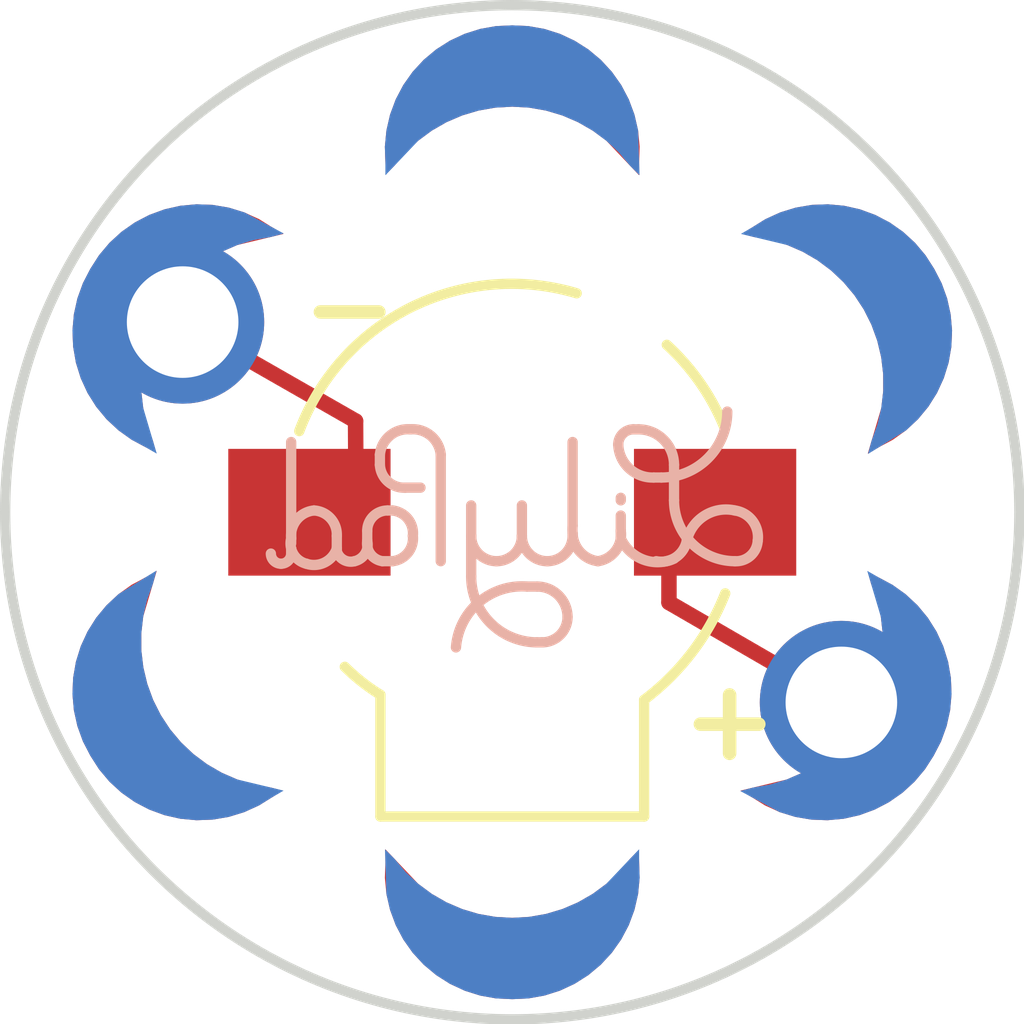
<source format=kicad_pcb>
(kicad_pcb (version 20211014) (generator pcbnew)
  (layers (0 "F.Cu" signal) (31 "B.Cu" signal) (34 "B.Paste" user) (35 "F.Paste" user) (36 "B.SilkS" user "B.Silkscreen") (37 "F.SilkS" user "F.Silkscreen") (38 "B.Mask" user) (39 "F.Mask" user) (44 "Edge.Cuts" user))
  (net 0 "")
  (net 1 "-")
  (net 2 "+")
  (footprint "boardEagle:PETAL-SMALL-2SIDE" (layer "F.Cu") (at 142.0011 101.2536 -120)
    (fp_text reference "U$8" hide)
    (fp_text value "SEWTAP6" hide)
    (fp_poly (pts (xy -1.854655 -0.173117) (xy -1.587233 0.02496) (xy -1.296131 0.192254) (xy -0.987629 0.324761) (xy -0.665876 0.420699) (xy -0.335186 0.478783) (xy -0.000001 0.49823) (xy 0.335185 0.478783) (xy 0.665875 0.4207) (xy 0.987628 0.324762) (xy 1.29613 0.192254) (xy 1.587231 0.024961) (xy 1.857026 -0.174874) (xy 2.101909 -0.404578) (xy 2.32514 -0.668824) (xy 2.493638 -0.837322) (xy 2.51214 -0.289809) (xy 2.481402 0.029121) (xy 2.409619 0.341384) (xy 2.298003 0.641723) (xy 2.148431 0.925078) (xy 1.963424 1.186677) (xy 1.746098 1.422114) (xy 1.500112 1.627423) (xy 1.22961 1.799149) (xy 0.939146 1.934398) (xy 0.633613 2.030893) (xy 0.318157 2.087007) (xy 0.002347 2.1016) (xy -0.002346 2.1016) (xy -0.318157 2.087008) (xy -0.633613 2.030893) (xy -0.939146 1.934399) (xy -1.22961 1.79915) (xy -1.500112 1.627424) (xy -1.746098 1.422115) (xy -1.963425 1.186678) (xy -2.148432 0.925079) (xy -2.298003 0.641724) (xy -2.409619 0.341385) (xy -2.481402 0.029122) (xy -2.512141 -0.289808) (xy -2.5016 -0.601715) (xy -2.5016 -0.854591)) (layer "F.Cu") (width 0) (fill solid))
    (fp_poly (pts (xy 2.5016 -0.601715) (xy 2.512141 -0.289808) (xy 2.481402 0.029122) (xy 2.409619 0.341385) (xy 2.298003 0.641724) (xy 2.148432 0.925079) (xy 1.963425 1.186678) (xy 1.746098 1.422115) (xy 1.500112 1.627424) (xy 1.22961 1.79915) (xy 0.939146 1.934399) (xy 0.633613 2.030893) (xy 0.318157 2.087008) (xy 0.002346 2.1016) (xy -0.002347 2.1016) (xy -0.318157 2.087007) (xy -0.633613 2.030893) (xy -0.939146 1.934398) (xy -1.22961 1.799149) (xy -1.500112 1.627423) (xy -1.746098 1.422114) (xy -1.963424 1.186677) (xy -2.148431 0.925078) (xy -2.298003 0.641723) (xy -2.409619 0.341384) (xy -2.482146 0.025885) (xy -2.50954 -0.853224) (xy -2.32514 -0.668824) (xy -2.101909 -0.404578) (xy -1.857026 -0.174874) (xy -1.587231 0.024961) (xy -1.29613 0.192254) (xy -0.987628 0.324762) (xy -0.665875 0.4207) (xy -0.335185 0.478783) (xy 0.000001 0.49823) (xy 0.335186 0.478783) (xy 0.665876 0.420699) (xy 0.987629 0.324761) (xy 1.296131 0.192254) (xy 1.587233 0.02496) (xy 1.854655 -0.173117) (xy 2.5016 -0.854591)) (layer "B.Cu") (width 0) (fill solid))
    (pad "1" thru_hole circle (at 0 0 330) (size 3.216 3.216) (drill 2.2) (layers *.Cu *.Mask) (net 1 "-"))
  )
  (footprint "boardEagle:PETAL-NOHOLE-2SIDE" (layer "F.Cu") (at 148.5011 97.5036 180)
    (fp_text reference "U$4" hide)
    (fp_text value "SEWTAP-NOHOLE2" hide)
    (fp_poly (pts (xy -1.854655 -0.173117) (xy -1.587233 0.02496) (xy -1.296131 0.192254) (xy -0.987629 0.324761) (xy -0.665876 0.420699) (xy -0.335186 0.478783) (xy -0.000001 0.49823) (xy 0.335185 0.478783) (xy 0.665875 0.4207) (xy 0.987628 0.324762) (xy 1.29613 0.192254) (xy 1.587231 0.024961) (xy 1.857026 -0.174874) (xy 2.101909 -0.404578) (xy 2.32514 -0.668824) (xy 2.493638 -0.837322) (xy 2.51214 -0.289809) (xy 2.481402 0.029121) (xy 2.409619 0.341384) (xy 2.298003 0.641723) (xy 2.148431 0.925078) (xy 1.963424 1.186677) (xy 1.746098 1.422114) (xy 1.500112 1.627423) (xy 1.22961 1.799149) (xy 0.939146 1.934398) (xy 0.633613 2.030893) (xy 0.318157 2.087007) (xy 0.002347 2.1016) (xy -0.002346 2.1016) (xy -0.318157 2.087008) (xy -0.633613 2.030893) (xy -0.939146 1.934399) (xy -1.22961 1.79915) (xy -1.500112 1.627424) (xy -1.746098 1.422115) (xy -1.963425 1.186678) (xy -2.148432 0.925079) (xy -2.298003 0.641724) (xy -2.409619 0.341385) (xy -2.481402 0.029122) (xy -2.512141 -0.289808) (xy -2.5016 -0.601715) (xy -2.5016 -0.854591)) (layer "F.Cu") (width 0) (fill solid))
    (fp_poly (pts (xy 2.5016 -0.601715) (xy 2.512141 -0.289808) (xy 2.481402 0.029122) (xy 2.409619 0.341385) (xy 2.298003 0.641724) (xy 2.148432 0.925079) (xy 1.963425 1.186678) (xy 1.746098 1.422115) (xy 1.500112 1.627424) (xy 1.22961 1.79915) (xy 0.939146 1.934399) (xy 0.633613 2.030893) (xy 0.318157 2.087008) (xy 0.002346 2.1016) (xy -0.002347 2.1016) (xy -0.318157 2.087007) (xy -0.633613 2.030893) (xy -0.939146 1.934398) (xy -1.22961 1.799149) (xy -1.500112 1.627423) (xy -1.746098 1.422114) (xy -1.963424 1.186677) (xy -2.148431 0.925078) (xy -2.298003 0.641723) (xy -2.409619 0.341384) (xy -2.482146 0.025885) (xy -2.50954 -0.853224) (xy -2.32514 -0.668824) (xy -2.101909 -0.404578) (xy -1.857026 -0.174874) (xy -1.587231 0.024961) (xy -1.29613 0.192254) (xy -0.987628 0.324762) (xy -0.665875 0.4207) (xy -0.335185 0.478783) (xy 0.000001 0.49823) (xy 0.335186 0.478783) (xy 0.665876 0.420699) (xy 0.987629 0.324761) (xy 1.296131 0.192254) (xy 1.587233 0.02496) (xy 1.854655 -0.173117) (xy 2.5016 -0.854591)) (layer "B.Cu") (width 0) (fill solid))
  )
  (footprint "boardEagle:PETAL-NOHOLE-2SIDE" (layer "F.Cu") (at 148.5011 112.5036)
    (fp_text reference "U$6" hide)
    (fp_text value "SEWTAP-NOHOLE2" hide)
    (fp_poly (pts (xy -1.854655 -0.173117) (xy -1.587233 0.02496) (xy -1.296131 0.192254) (xy -0.987629 0.324761) (xy -0.665876 0.420699) (xy -0.335186 0.478783) (xy -0.000001 0.49823) (xy 0.335185 0.478783) (xy 0.665875 0.4207) (xy 0.987628 0.324762) (xy 1.29613 0.192254) (xy 1.587231 0.024961) (xy 1.857026 -0.174874) (xy 2.101909 -0.404578) (xy 2.32514 -0.668824) (xy 2.493638 -0.837322) (xy 2.51214 -0.289809) (xy 2.481402 0.029121) (xy 2.409619 0.341384) (xy 2.298003 0.641723) (xy 2.148431 0.925078) (xy 1.963424 1.186677) (xy 1.746098 1.422114) (xy 1.500112 1.627423) (xy 1.22961 1.799149) (xy 0.939146 1.934398) (xy 0.633613 2.030893) (xy 0.318157 2.087007) (xy 0.002347 2.1016) (xy -0.002346 2.1016) (xy -0.318157 2.087008) (xy -0.633613 2.030893) (xy -0.939146 1.934399) (xy -1.22961 1.79915) (xy -1.500112 1.627424) (xy -1.746098 1.422115) (xy -1.963425 1.186678) (xy -2.148432 0.925079) (xy -2.298003 0.641724) (xy -2.409619 0.341385) (xy -2.481402 0.029122) (xy -2.512141 -0.289808) (xy -2.5016 -0.601715) (xy -2.5016 -0.854591)) (layer "F.Cu") (width 0) (fill solid))
    (fp_poly (pts (xy 2.5016 -0.601715) (xy 2.512141 -0.289808) (xy 2.481402 0.029122) (xy 2.409619 0.341385) (xy 2.298003 0.641724) (xy 2.148432 0.925079) (xy 1.963425 1.186678) (xy 1.746098 1.422115) (xy 1.500112 1.627424) (xy 1.22961 1.79915) (xy 0.939146 1.934399) (xy 0.633613 2.030893) (xy 0.318157 2.087008) (xy 0.002346 2.1016) (xy -0.002347 2.1016) (xy -0.318157 2.087007) (xy -0.633613 2.030893) (xy -0.939146 1.934398) (xy -1.22961 1.799149) (xy -1.500112 1.627423) (xy -1.746098 1.422114) (xy -1.963424 1.186677) (xy -2.148431 0.925078) (xy -2.298003 0.641723) (xy -2.409619 0.341384) (xy -2.482146 0.025885) (xy -2.50954 -0.853224) (xy -2.32514 -0.668824) (xy -2.101909 -0.404578) (xy -1.857026 -0.174874) (xy -1.587231 0.024961) (xy -1.29613 0.192254) (xy -0.987628 0.324762) (xy -0.665875 0.4207) (xy -0.335185 0.478783) (xy 0.000001 0.49823) (xy 0.335186 0.478783) (xy 0.665876 0.420699) (xy 0.987629 0.324761) (xy 1.296131 0.192254) (xy 1.587233 0.02496) (xy 1.854655 -0.173117) (xy 2.5016 -0.854591)) (layer "B.Cu") (width 0) (fill solid))
  )
  (footprint "boardEagle:PETAL-NOHOLE-2SIDE" (layer "F.Cu") (at 142.0011 108.7536 -60)
    (fp_text reference "U$7" hide)
    (fp_text value "SEWTAP-NOHOLE2" hide)
    (fp_poly (pts (xy -1.854655 -0.173117) (xy -1.587233 0.02496) (xy -1.296131 0.192254) (xy -0.987629 0.324761) (xy -0.665876 0.420699) (xy -0.335186 0.478783) (xy -0.000001 0.49823) (xy 0.335185 0.478783) (xy 0.665875 0.4207) (xy 0.987628 0.324762) (xy 1.29613 0.192254) (xy 1.587231 0.024961) (xy 1.857026 -0.174874) (xy 2.101909 -0.404578) (xy 2.32514 -0.668824) (xy 2.493638 -0.837322) (xy 2.51214 -0.289809) (xy 2.481402 0.029121) (xy 2.409619 0.341384) (xy 2.298003 0.641723) (xy 2.148431 0.925078) (xy 1.963424 1.186677) (xy 1.746098 1.422114) (xy 1.500112 1.627423) (xy 1.22961 1.799149) (xy 0.939146 1.934398) (xy 0.633613 2.030893) (xy 0.318157 2.087007) (xy 0.002347 2.1016) (xy -0.002346 2.1016) (xy -0.318157 2.087008) (xy -0.633613 2.030893) (xy -0.939146 1.934399) (xy -1.22961 1.79915) (xy -1.500112 1.627424) (xy -1.746098 1.422115) (xy -1.963425 1.186678) (xy -2.148432 0.925079) (xy -2.298003 0.641724) (xy -2.409619 0.341385) (xy -2.481402 0.029122) (xy -2.512141 -0.289808) (xy -2.5016 -0.601715) (xy -2.5016 -0.854591)) (layer "F.Cu") (width 0) (fill solid))
    (fp_poly (pts (xy 2.5016 -0.601715) (xy 2.512141 -0.289808) (xy 2.481402 0.029122) (xy 2.409619 0.341385) (xy 2.298003 0.641724) (xy 2.148432 0.925079) (xy 1.963425 1.186678) (xy 1.746098 1.422115) (xy 1.500112 1.627424) (xy 1.22961 1.79915) (xy 0.939146 1.934399) (xy 0.633613 2.030893) (xy 0.318157 2.087008) (xy 0.002346 2.1016) (xy -0.002347 2.1016) (xy -0.318157 2.087007) (xy -0.633613 2.030893) (xy -0.939146 1.934398) (xy -1.22961 1.799149) (xy -1.500112 1.627423) (xy -1.746098 1.422114) (xy -1.963424 1.186677) (xy -2.148431 0.925078) (xy -2.298003 0.641723) (xy -2.409619 0.341384) (xy -2.482146 0.025885) (xy -2.50954 -0.853224) (xy -2.32514 -0.668824) (xy -2.101909 -0.404578) (xy -1.857026 -0.174874) (xy -1.587231 0.024961) (xy -1.29613 0.192254) (xy -0.987628 0.324762) (xy -0.665875 0.4207) (xy -0.335185 0.478783) (xy 0.000001 0.49823) (xy 0.335186 0.478783) (xy 0.665876 0.420699) (xy 0.987629 0.324761) (xy 1.296131 0.192254) (xy 1.587233 0.02496) (xy 1.854655 -0.173117) (xy 2.5016 -0.854591)) (layer "B.Cu") (width 0) (fill solid))
  )
  (footprint "boardEagle:PETAL-SMALL-2SIDE" (layer "F.Cu") (at 154.9911 108.7536 60)
    (fp_text reference "U$9" hide)
    (fp_text value "SEWTAP6" hide)
    (fp_poly (pts (xy -1.854655 -0.173117) (xy -1.587233 0.02496) (xy -1.296131 0.192254) (xy -0.987629 0.324761) (xy -0.665876 0.420699) (xy -0.335186 0.478783) (xy -0.000001 0.49823) (xy 0.335185 0.478783) (xy 0.665875 0.4207) (xy 0.987628 0.324762) (xy 1.29613 0.192254) (xy 1.587231 0.024961) (xy 1.857026 -0.174874) (xy 2.101909 -0.404578) (xy 2.32514 -0.668824) (xy 2.493638 -0.837322) (xy 2.51214 -0.289809) (xy 2.481402 0.029121) (xy 2.409619 0.341384) (xy 2.298003 0.641723) (xy 2.148431 0.925078) (xy 1.963424 1.186677) (xy 1.746098 1.422114) (xy 1.500112 1.627423) (xy 1.22961 1.799149) (xy 0.939146 1.934398) (xy 0.633613 2.030893) (xy 0.318157 2.087007) (xy 0.002347 2.1016) (xy -0.002346 2.1016) (xy -0.318157 2.087008) (xy -0.633613 2.030893) (xy -0.939146 1.934399) (xy -1.22961 1.79915) (xy -1.500112 1.627424) (xy -1.746098 1.422115) (xy -1.963425 1.186678) (xy -2.148432 0.925079) (xy -2.298003 0.641724) (xy -2.409619 0.341385) (xy -2.481402 0.029122) (xy -2.512141 -0.289808) (xy -2.5016 -0.601715) (xy -2.5016 -0.854591)) (layer "F.Cu") (width 0) (fill solid))
    (fp_poly (pts (xy 2.5016 -0.601715) (xy 2.512141 -0.289808) (xy 2.481402 0.029122) (xy 2.409619 0.341385) (xy 2.298003 0.641724) (xy 2.148432 0.925079) (xy 1.963425 1.186678) (xy 1.746098 1.422115) (xy 1.500112 1.627424) (xy 1.22961 1.79915) (xy 0.939146 1.934399) (xy 0.633613 2.030893) (xy 0.318157 2.087008) (xy 0.002346 2.1016) (xy -0.002347 2.1016) (xy -0.318157 2.087007) (xy -0.633613 2.030893) (xy -0.939146 1.934398) (xy -1.22961 1.799149) (xy -1.500112 1.627423) (xy -1.746098 1.422114) (xy -1.963424 1.186677) (xy -2.148431 0.925078) (xy -2.298003 0.641723) (xy -2.409619 0.341384) (xy -2.482146 0.025885) (xy -2.50954 -0.853224) (xy -2.32514 -0.668824) (xy -2.101909 -0.404578) (xy -1.857026 -0.174874) (xy -1.587231 0.024961) (xy -1.29613 0.192254) (xy -0.987628 0.324762) (xy -0.665875 0.4207) (xy -0.335185 0.478783) (xy 0.000001 0.49823) (xy 0.335186 0.478783) (xy 0.665876 0.420699) (xy 0.987629 0.324761) (xy 1.296131 0.192254) (xy 1.587233 0.02496) (xy 1.854655 -0.173117) (xy 2.5016 -0.854591)) (layer "B.Cu") (width 0) (fill solid))
    (pad "1" thru_hole circle (at 0 0 150) (size 3.216 3.216) (drill 2.2) (layers *.Cu *.Mask) (net 2 "+"))
  )
  (footprint "boardEagle:BUZZER-CCV" (layer "F.Cu") (at 148.5011 105.0036)
    (fp_text reference "B1" hide)
    (fp_text value "Buzzer" hide)
    (fp_line (start 2.6 6) (end 2.6 3.7) (layer "F.SilkS") (width 0.2032))
    (fp_line (start -2.6 6) (end 2.6 6) (layer "F.SilkS") (width 0.2032))
    (fp_line (start -2.6 6) (end -2.6 3.6) (layer "F.SilkS") (width 0.2032))
    (fp_arc (start 4.2 1.6) (mid 3.545723 2.761027) (end 2.6 3.7) (layer "F.SilkS") (width 0.2032))
    (fp_arc (start -2.6 3.6) (mid -2.966573 3.343805) (end -3.302 3.048) (layer "F.SilkS") (width 0.2032))
    (fp_arc (start -4.2 -1.6) (mid -2.00129 -4.038291) (end 1.270001 -4.318001) (layer "F.SilkS") (width 0.2032))
    (fp_arc (start 3.048 -3.302) (mid 3.712443 -2.540845) (end 4.191 -1.651) (layer "F.SilkS") (width 0.2032))
    (pad "" np_thru_hole circle (at -3.9 2.25) (size 0.8 0.8) (drill 0.8) (layers *.Cu *.Mask))
    (pad "" np_thru_hole circle (at 2.25 -3.9) (size 0.8 0.8) (drill 0.8) (layers *.Cu *.Mask))
    (pad "+" smd rect (at 4 0) (size 3.2 2.5) (layers "F.Cu" "F.Paste" "F.Mask") (net 2 "+"))
    (pad "-" smd rect (at -4 0) (size 3.2 2.5) (layers "F.Cu" "F.Paste" "F.Mask") (net 1 "-"))
  )
  (footprint "boardEagle:PETAL-NOHOLE-2SIDE" (layer "F.Cu") (at 155.0011 101.2536 120)
    (fp_text reference "U$1" hide)
    (fp_text value "SEWTAP-NOHOLE2" hide)
    (fp_poly (pts (xy -1.854655 -0.173117) (xy -1.587233 0.02496) (xy -1.296131 0.192254) (xy -0.987629 0.324761) (xy -0.665876 0.420699) (xy -0.335186 0.478783) (xy -0.000001 0.49823) (xy 0.335185 0.478783) (xy 0.665875 0.4207) (xy 0.987628 0.324762) (xy 1.29613 0.192254) (xy 1.587231 0.024961) (xy 1.857026 -0.174874) (xy 2.101909 -0.404578) (xy 2.32514 -0.668824) (xy 2.493638 -0.837322) (xy 2.51214 -0.289809) (xy 2.481402 0.029121) (xy 2.409619 0.341384) (xy 2.298003 0.641723) (xy 2.148431 0.925078) (xy 1.963424 1.186677) (xy 1.746098 1.422114) (xy 1.500112 1.627423) (xy 1.22961 1.799149) (xy 0.939146 1.934398) (xy 0.633613 2.030893) (xy 0.318157 2.087007) (xy 0.002347 2.1016) (xy -0.002346 2.1016) (xy -0.318157 2.087008) (xy -0.633613 2.030893) (xy -0.939146 1.934399) (xy -1.22961 1.79915) (xy -1.500112 1.627424) (xy -1.746098 1.422115) (xy -1.963425 1.186678) (xy -2.148432 0.925079) (xy -2.298003 0.641724) (xy -2.409619 0.341385) (xy -2.481402 0.029122) (xy -2.512141 -0.289808) (xy -2.5016 -0.601715) (xy -2.5016 -0.854591)) (layer "F.Cu") (width 0) (fill solid))
    (fp_poly (pts (xy 2.5016 -0.601715) (xy 2.512141 -0.289808) (xy 2.481402 0.029122) (xy 2.409619 0.341385) (xy 2.298003 0.641724) (xy 2.148432 0.925079) (xy 1.963425 1.186678) (xy 1.746098 1.422115) (xy 1.500112 1.627424) (xy 1.22961 1.79915) (xy 0.939146 1.934399) (xy 0.633613 2.030893) (xy 0.318157 2.087008) (xy 0.002346 2.1016) (xy -0.002347 2.1016) (xy -0.318157 2.087007) (xy -0.633613 2.030893) (xy -0.939146 1.934398) (xy -1.22961 1.799149) (xy -1.500112 1.627423) (xy -1.746098 1.422114) (xy -1.963424 1.186677) (xy -2.148431 0.925078) (xy -2.298003 0.641723) (xy -2.409619 0.341384) (xy -2.482146 0.025885) (xy -2.50954 -0.853224) (xy -2.32514 -0.668824) (xy -2.101909 -0.404578) (xy -1.857026 -0.174874) (xy -1.587231 0.024961) (xy -1.29613 0.192254) (xy -0.987628 0.324762) (xy -0.665875 0.4207) (xy -0.335185 0.478783) (xy 0.000001 0.49823) (xy 0.335186 0.478783) (xy 0.665876 0.420699) (xy 0.987629 0.324761) (xy 1.296131 0.192254) (xy 1.587233 0.02496) (xy 1.854655 -0.173117) (xy 2.5016 -0.854591)) (layer "B.Cu") (width 0) (fill solid))
  )
  (footprint "boardEagle:LOGO-LILYPAD" (layer "B.Cu") (at 148.5011 105.0036 180)
    (fp_text reference "U$2" hide)
    (fp_text value "LOGO-LPLP" hide)
    (fp_line (start 3.46 -0.715) (end 3.46 -0.465) (layer "B.SilkS") (width 0.2032))
    (fp_line (start -1.19 -0.465) (end -1.19 -0.415) (layer "B.SilkS") (width 0.2032))
    (fp_line (start 1.41 -0.965) (end 1.41 1.135) (layer "B.SilkS") (width 0.2032))
    (fp_line (start 0.81 -0.465) (end 0.81 0.135) (layer "B.SilkS") (width 0.2032))
    (fp_line (start -2.49 1.635) (end -2.39 1.635) (layer "B.SilkS") (width 0.2032))
    (fp_line (start 2.61 1.135) (end 2.61 0.935) (layer "B.SilkS") (width 0.2032))
    (fp_line (start -2.14 -0.365) (end -2.14 -0.515) (layer "B.SilkS") (width 0.2032))
    (fp_line (start -1.19 -0.265) (end -1.19 1.385) (layer "B.SilkS") (width 0.2032))
    (fp_line (start 0.81 -1.265) (end 0.81 -0.465) (layer "B.SilkS") (width 0.2032))
    (fp_line (start -0.19 -0.465) (end -0.19 0.135) (layer "B.SilkS") (width 0.2032))
    (fp_line (start 2.86 -0.365) (end 2.86 -0.565) (layer "B.SilkS") (width 0.2032))
    (fp_line (start 3.46 -0.765) (end 3.46 -0.715) (layer "B.SilkS") (width 0.2032))
    (fp_line (start 2.56 -0.965) (end 2.36 -0.965) (layer "B.SilkS") (width 0.2032))
    (fp_line (start 4.36 -0.715) (end 4.36 -0.815) (layer "B.SilkS") (width 0.2032))
    (fp_line (start -0.59 -2.565) (end -0.49 -2.565) (layer "B.SilkS") (width 0.2032))
    (fp_line (start 4.36 -0.615) (end 4.36 1.385) (layer "B.SilkS") (width 0.2032))
    (fp_line (start -3.19 0.235) (end -3.19 0.935) (layer "B.SilkS") (width 0.2032))
    (fp_line (start 2.11 0.485) (end 1.81 0.485) (layer "B.SilkS") (width 0.2032))
    (fp_line (start -2.94 0.685) (end -2.79 0.685) (layer "B.SilkS") (width 0.2032))
    (fp_line (start -0.49 -1.465) (end -0.29 -1.465) (layer "B.SilkS") (width 0.2032))
    (fp_line (start -2.14 0.235) (end -2.14 0.285) (layer "B.SilkS") (width 0.2032))
    (fp_line (start -2.14 -0.365) (end -2.14 -0.065) (layer "B.SilkS") (width 0.2032))
    (fp_line (start 2.36 0.035) (end 2.46 0.035) (layer "B.SilkS") (width 0.2032))
    (fp_arc (start -3.190001 -0.914999) (mid -2.582158 -0.932462) (end -2.14 -0.515) (layer "B.SilkS") (width 0.2032))
    (fp_arc (start 3.11 -0.965) (mid 3.326421 -0.937487) (end 3.46 -0.765) (layer "B.SilkS") (width 0.2032))
    (fp_arc (start -4.84 -0.565) (mid -4.697843 -0.858198) (end -4.39 -0.965) (layer "B.SilkS") (width 0.2032))
    (fp_arc (start -3.44 -0.565) (mid -3.790736 -0.068249) (end -4.39 0.035) (layer "B.SilkS") (width 0.2032))
    (fp_arc (start 0.31 -0.965) (mid 0.663553 -0.818553) (end 0.81 -0.465) (layer "B.SilkS") (width 0.2032))
    (fp_arc (start -0.489999 -1.464999) (mid -0.914264 -1.640735) (end -1.09 -2.065) (layer "B.SilkS") (width 0.2032))
    (fp_arc (start -1.19 -0.465) (mid -1.043553 -0.818553) (end -0.69 -0.965) (layer "B.SilkS") (width 0.2032))
    (fp_arc (start 4.36 -0.815) (mid 4.418579 -0.956421) (end 4.56 -1.015) (layer "B.SilkS") (width 0.2032))
    (fp_arc (start 3.91 0.035) (mid 3.581447 -0.121802) (end 3.46 -0.465) (layer "B.SilkS") (width 0.2032))
    (fp_arc (start 2.36 0.035) (mid 2.056447 -0.132157) (end 1.96 -0.465) (layer "B.SilkS") (width 0.2032))
    (fp_arc (start -3.44 -0.565) (mid -3.222842 -0.889264) (end -2.839999 -0.964999) (layer "B.SilkS") (width 0.2032))
    (fp_arc (start -2.79 0.685) (mid -2.305381 0.865025) (end -2.09 1.335) (layer "B.SilkS") (width 0.2032))
    (fp_arc (start 4.56 -1.015) (mid 4.701421 -0.956421) (end 4.76 -0.815) (layer "B.SilkS") (width 0.2032))
    (fp_arc (start 2.56 -0.965) (mid 2.792843 -0.827132) (end 2.86 -0.565) (layer "B.SilkS") (width 0.2032))
    (fp_arc (start -0.69 -0.965) (mid -0.336447 -0.818553) (end -0.19 -0.465) (layer "B.SilkS") (width 0.2032))
    (fp_arc (start 2.109999 0.484999) (mid 2.453171 0.606475) (end 2.61 0.935) (layer "B.SilkS") (width 0.2032))
    (fp_arc (start 1.11 -2.665) (mid 0.658528 -1.775051) (end -0.29 -1.465) (layer "B.SilkS") (width 0.2032))
    (fp_arc (start -0.19 -0.465) (mid -0.043553 -0.818553) (end 0.31 -0.965) (layer "B.SilkS") (width 0.2032))
    (fp_arc (start -2.14 -0.365) (mid -2.039264 -0.758198) (end -1.69 -0.965) (layer "B.SilkS") (width 0.2032))
    (fp_arc (start 4.059999 -1.015) (mid 4.251547 -0.906548) (end 4.36 -0.715) (layer "B.SilkS") (width 0.2032))
    (fp_arc (start 2.86 -0.565) (mid 2.902157 -0.816777) (end 3.11 -0.965) (layer "B.SilkS") (width 0.2032))
    (fp_arc (start -2.09 1.335) (mid -2.177868 1.547132) (end -2.39 1.635) (layer "B.SilkS") (width 0.2032))
    (fp_arc (start -1.690001 -0.965) (mid -1.338239 -0.782511) (end -1.19 -0.415) (layer "B.SilkS") (width 0.2032))
    (fp_arc (start -2.49 1.635) (mid -2.984975 1.429975) (end -3.19 0.935) (layer "B.SilkS") (width 0.2032))
    (fp_arc (start 4.36 -0.715) (mid 4.372311 -0.615) (end 4.36 -0.515) (layer "B.SilkS") (width 0.2032))
    (fp_arc (start 3.46 -0.715) (mid 3.697868 -0.989264) (end 4.06 -1.015) (layer "B.SilkS") (width 0.2032))
    (fp_arc (start 1.959999 -0.464999) (mid 2.056446 -0.797842) (end 2.36 -0.965) (layer "B.SilkS") (width 0.2032))
    (fp_arc (start 2.609999 1.134999) (mid 2.413529 1.509234) (end 2.01 1.635) (layer "B.SilkS") (width 0.2032))
    (fp_arc (start -1.19 -0.415) (mid -1.187119 -0.34) (end -1.19 -0.265) (layer "B.SilkS") (width 0.2032))
    (fp_arc (start 4.36 -0.515) (mid 4.248909 -0.146802) (end 3.91 0.035) (layer "B.SilkS") (width 0.2032))
    (fp_arc (start -1.09 -2.065) (mid -0.943553 -2.418553) (end -0.59 -2.565) (layer "B.SilkS") (width 0.2032))
    (fp_arc (start -4.39 0.035) (mid -4.739264 -0.171802) (end -4.84 -0.565) (layer "B.SilkS") (width 0.2032))
    (fp_arc (start -4.24 1.985) (mid -3.859239 1.065761) (end -2.94 0.685) (layer "B.SilkS") (width 0.2032))
    (fp_arc (start -0.49 -2.565) (mid 0.429239 -2.184239) (end 0.81 -1.265) (layer "B.SilkS") (width 0.2032))
    (fp_arc (start -4.39 -0.965) (mid -3.541472 -0.613528) (end -3.19 0.235) (layer "B.SilkS") (width 0.2032))
    (fp_arc (start 2.01 1.635) (mid 1.606447 1.509264) (end 1.41 1.135) (layer "B.SilkS") (width 0.2032))
    (fp_arc (start 2.86 -0.365) (mid 2.742843 -0.082157) (end 2.46 0.035) (layer "B.SilkS") (width 0.2032))
  )
  (gr_circle (center 148.5011 105.0036) (end 158.5011 105.0036) (layer "Edge.Cuts") (width 0.2032) (fill none))
  (gr_text "-" (at 144.1831 101.8286) (layer "F.SilkS") (effects (font (size 1.5113 1.5113) (thickness 0.2667)) (justify left bottom)))
  (gr_text "+" (at 151.6761 109.9566) (layer "F.SilkS") (effects (font (size 1.5113 1.5113) (thickness 0.2667)) (justify left bottom)))
  (segment (start 144.5011 105.0036) (end 144.4911 105.0136) (width 0.3048) (layer "F.Cu") (net 1))
  (segment (start 144.4911 105.0136) (end 145.4211 104.9936) (width 0.3048) (layer "F.Cu") (net 1))
  (segment (start 145.4111 103.2036) (end 142.0011 101.2536) (width 0.3048) (layer "F.Cu") (net 1))
  (segment (start 145.4211 104.9936) (end 145.4111 103.2036) (width 0.3048) (layer "F.Cu") (net 1))
  (segment (start 151.5911 105.0036) (end 151.5911 106.7836) (width 0.3048) (layer "F.Cu") (net 2))
  (segment (start 152.6111 104.8936) (end 151.5911 105.0036) (width 0.3048) (layer "F.Cu") (net 2))
  (segment (start 151.5911 106.7836) (end 154.9911 108.7536) (width 0.3048) (layer "F.Cu") (net 2))
  (segment (start 152.5011 105.0036) (end 152.6111 104.8936) (width 0.3048) (layer "F.Cu") (net 2))
)
</source>
